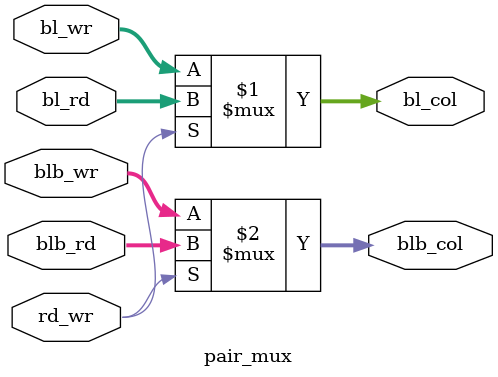
<source format=sv>
module pair_mux#(
    parameter COLS=16)(
    input  logic rd_wr,                 //Read or Write selector
    input  logic [COLS-1:0] bl_wr,      //BL line from write circuit
    input  logic [COLS-1:0] blb_wr,     //BLB line from write circuit
    input  logic [COLS-1:0] bl_rd,      //BL line from pre-charge circuit
    input  logic [COLS-1:0] blb_rd,     //BLB line from pre-charge circuit
    output logic [COLS-1:0] bl_col,     //BL line to memory array
    output logic [COLS-1:0] blb_col     //BLB line to memory array
);
    // rd_wr = 1'b1     Read operation
    // rd_wr = 1'b0     Write operation
    assign bl_col = rd_wr ? bl_rd : bl_wr;
    assign blb_col = rd_wr ? blb_rd : blb_wr;

endmodule

</source>
